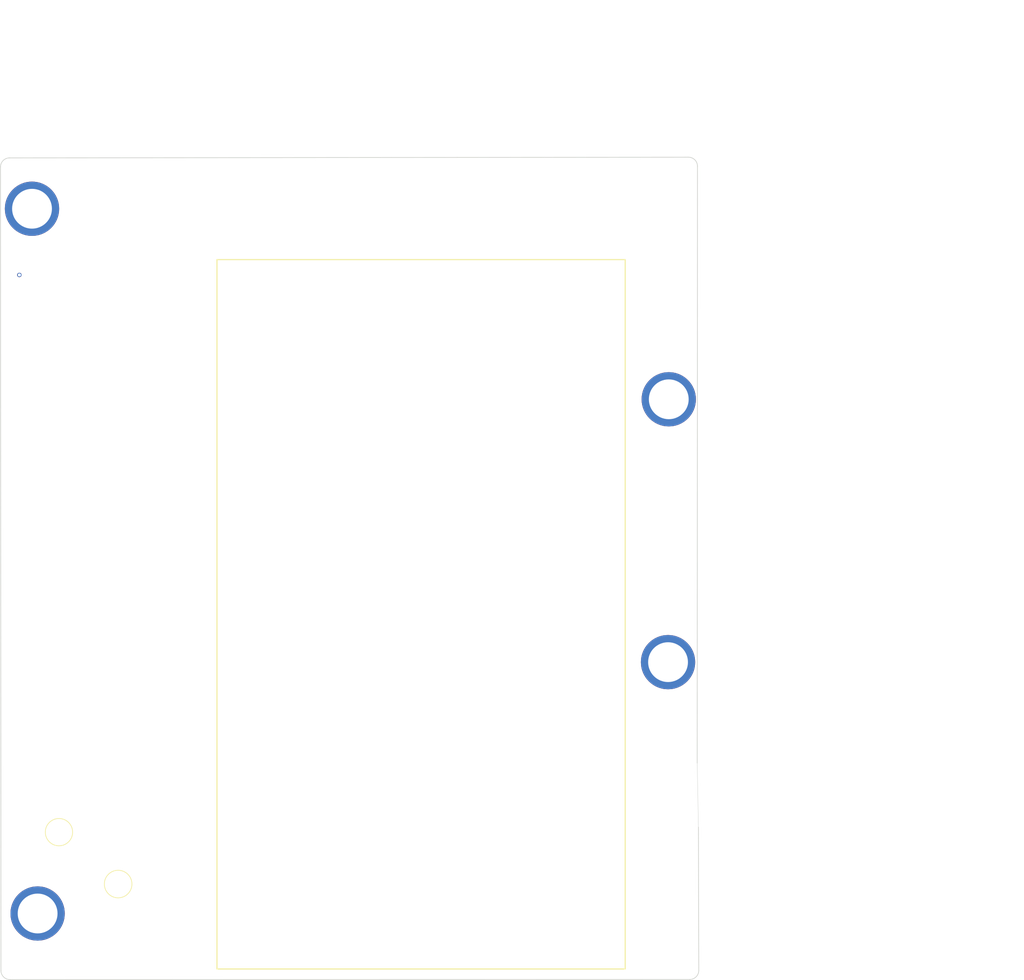
<source format=kicad_pcb>
(kicad_pcb (version 20240108) (generator "pcbnew") (generator_version "8.0")
  (title_block (title "RedTeamVilage") (date "2024-09-01") (rev "Prototype_v1.1") (company "BadgePirates") (comment 1 "ESP32-S3 WROOM (WIFI/BTLE)") (comment 2 "USB to Serial Programming / MicroSD") (comment 3 "Lipo Charger / 14500 Battery / Battery Guage") (comment 4 "5 Input Buttons / 2x Rotaty Dials / SPI Oled"))
  (layers (0 "F.Cu" signal) (31 "B.Cu" signal) (34 "B.Paste" user) (35 "F.Paste" user) (36 "B.SilkS" user "B.Silkscreen") (37 "F.SilkS" user "F.Silkscreen") (38 "B.Mask" user) (39 "F.Mask" user) (44 "Edge.Cuts" user))
  (net 0 "")
  (net 1 "GND")
  (footprint "" (layer "F.Cu") (at 214.1 115.575)
    (property "Reference" "" (at 0 0 0) (layer "F.SilkS") (effects (font (size 1.27 1.27))))
    (property "Value" "")
    (pad "1" thru_hole circle (at 0 0 180) (size 7.5 7.5) (drill 5.5) (layers "*.Cu" "*.Mask"))
  )
  (footprint "" (layer "F.Cu") (at 214.19999 79.24)
    (property "Reference" "" (at 0 0 0) (layer "F.SilkS") (effects (font (size 1.27 1.27))))
    (property "Value" "")
    (pad "1" thru_hole circle (at 0 0 180) (size 7.5 7.5) (drill 5.5) (layers "*.Cu" "*.Mask"))
  )
  (footprint "" (layer "F.Cu") (at 126.225 52.9)
    (property "Reference" "" (at 0 0 0) (layer "F.SilkS") (effects (font (size 1.27 1.27))))
    (property "Value" "")
    (pad "1" thru_hole circle (at 0 0 180) (size 7.5 7.5) (drill 5.5) (layers "*.Cu" "*.Mask"))
  )
  (footprint "BadgePirates:Threaded_Standoffs" (layer "B.Cu") (at 126.8 153.42 180)
    (property "Reference" "REF**" (at -0.199999 3.6 0) (layer "B.SilkS") (effects (justify mirror)))
    (property "Value" "Threaded_Standoffs" (hide yes))
    (pad "1" thru_hole circle (at -0.199999 3.1 180) (size 7.5 7.5) (drill 5.5) (layers "*.Cu" "*.Mask"))
  )
  (gr_circle (center 129.95 139.075) (end 130.95 140.675) (stroke (width 0.1)) (fill none) (layer "F.SilkS"))
  (gr_circle (center 138.125 146.25) (end 139.3 147.75) (stroke (width 0.1)) (fill none) (layer "F.SilkS"))
  (gr_rect (start 151.78 59.93) (end 208.18 157.99) (stroke (width 0.15)) (fill none) (layer "F.SilkS"))
  (gr_line (start 218.13 129.53) (end 218.3 138.39) (stroke (width 0.05)) (layer "Edge.Cuts"))
  (gr_arc (start 121.873883 47.12) (mid 122.24 46.236117) (end 123.123883 45.87) (stroke (width 0.1)) (layer "Edge.Cuts"))
  (gr_line (start 216.916117 45.773883) (end 123.123883 45.87) (stroke (width 0.1)) (layer "Edge.Cuts"))
  (gr_arc (start 123.183883 159.456117) (mid 122.3 159.09) (end 121.933883 158.206117) (stroke (width 0.1)) (layer "Edge.Cuts"))
  (gr_line (start 121.873883 47.12) (end 121.933883 158.206117) (stroke (width 0.1)) (layer "Edge.Cuts"))
  (gr_arc (start 216.916117 45.773883) (mid 217.8 46.14) (end 218.166117 47.023883) (stroke (width 0.1)) (layer "Edge.Cuts"))
  (gr_line (start 218.346117 158.186117) (end 218.3 138.39) (stroke (width 0.1)) (layer "Edge.Cuts"))
  (gr_line (start 123.183883 159.456117) (end 217.096117 159.436117) (stroke (width 0.1)) (layer "Edge.Cuts"))
  (gr_arc (start 218.346117 158.186117) (mid 217.98 159.07) (end 217.096117 159.436117) (stroke (width 0.1)) (layer "Edge.Cuts"))
  (gr_line (start 218.13 129.53) (end 218.166117 47.023883) (stroke (width 0.1)) (layer "Edge.Cuts"))
  (via (at 124.475 62.05) (size 0.6) (drill 0.4) (layers "F.Cu" "B.Cu") (net 1))
)
</source>
